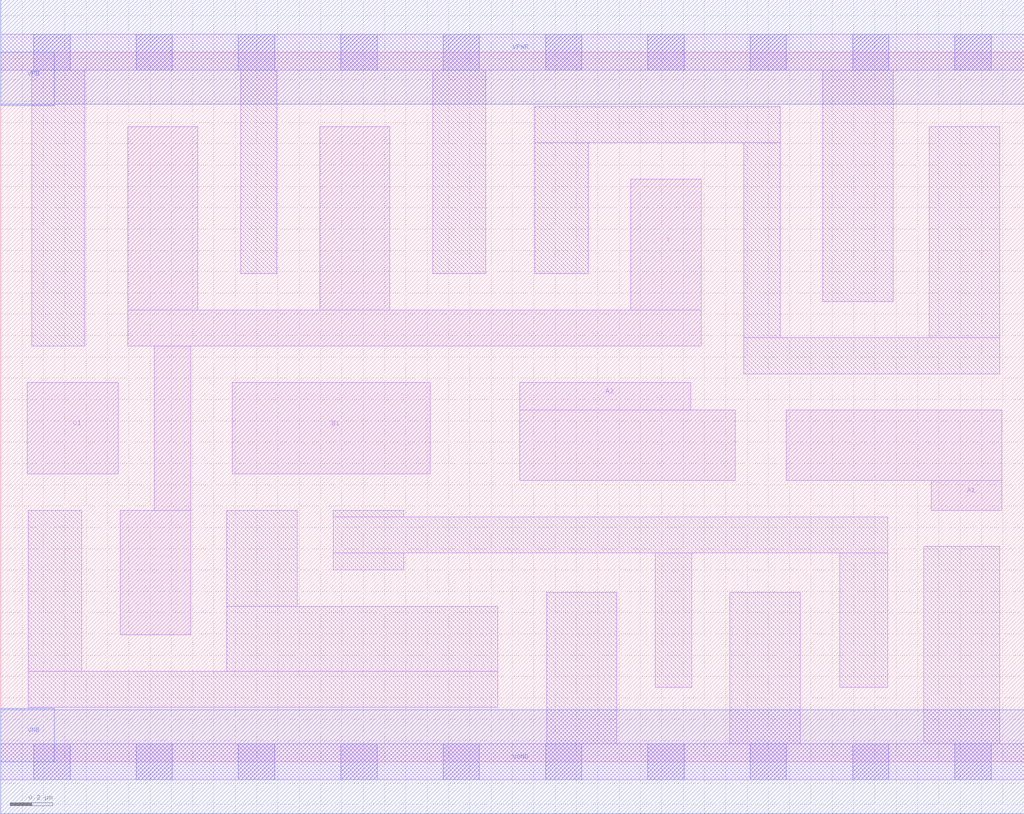
<source format=lef>
# Copyright 2020 The SkyWater PDK Authors
#
# Licensed under the Apache License, Version 2.0 (the "License");
# you may not use this file except in compliance with the License.
# You may obtain a copy of the License at
#
#     https://www.apache.org/licenses/LICENSE-2.0
#
# Unless required by applicable law or agreed to in writing, software
# distributed under the License is distributed on an "AS IS" BASIS,
# WITHOUT WARRANTIES OR CONDITIONS OF ANY KIND, either express or implied.
# See the License for the specific language governing permissions and
# limitations under the License.
#
# SPDX-License-Identifier: Apache-2.0

VERSION 5.5 ;
NAMESCASESENSITIVE ON ;
BUSBITCHARS "[]" ;
DIVIDERCHAR "/" ;
MACRO sky130_fd_sc_ms__o211ai_2
  CLASS CORE ;
  SOURCE USER ;
  ORIGIN  0.000000  0.000000 ;
  SIZE  4.800000 BY  3.330000 ;
  SYMMETRY X Y ;
  SITE unit ;
  PIN A1
    ANTENNAGATEAREA  0.558000 ;
    DIRECTION INPUT ;
    USE SIGNAL ;
    PORT
      LAYER li1 ;
        RECT 3.685000 1.320000 4.695000 1.650000 ;
        RECT 4.365000 1.180000 4.695000 1.320000 ;
    END
  END A1
  PIN A2
    ANTENNAGATEAREA  0.558000 ;
    DIRECTION INPUT ;
    USE SIGNAL ;
    PORT
      LAYER li1 ;
        RECT 2.435000 1.320000 3.445000 1.650000 ;
        RECT 2.435000 1.650000 3.235000 1.780000 ;
    END
  END A2
  PIN B1
    ANTENNAGATEAREA  0.558000 ;
    DIRECTION INPUT ;
    USE SIGNAL ;
    PORT
      LAYER li1 ;
        RECT 1.085000 1.350000 2.015000 1.780000 ;
    END
  END B1
  PIN C1
    ANTENNAGATEAREA  0.558000 ;
    DIRECTION INPUT ;
    USE SIGNAL ;
    PORT
      LAYER li1 ;
        RECT 0.125000 1.350000 0.550000 1.780000 ;
    END
  END C1
  PIN Y
    ANTENNADIFFAREA  1.215200 ;
    DIRECTION OUTPUT ;
    USE SIGNAL ;
    PORT
      LAYER li1 ;
        RECT 0.560000 0.595000 0.890000 1.180000 ;
        RECT 0.595000 1.950000 3.285000 2.120000 ;
        RECT 0.595000 2.120000 0.925000 2.980000 ;
        RECT 0.720000 1.180000 0.890000 1.950000 ;
        RECT 1.495000 2.120000 1.825000 2.980000 ;
        RECT 2.955000 2.120000 3.285000 2.735000 ;
    END
  END Y
  PIN VGND
    DIRECTION INOUT ;
    USE GROUND ;
    PORT
      LAYER met1 ;
        RECT 0.000000 -0.245000 4.800000 0.245000 ;
    END
  END VGND
  PIN VNB
    DIRECTION INOUT ;
    USE GROUND ;
    PORT
    END
  END VNB
  PIN VPB
    DIRECTION INOUT ;
    USE POWER ;
    PORT
    END
  END VPB
  PIN VNB
    DIRECTION INOUT ;
    USE GROUND ;
    PORT
      LAYER met1 ;
        RECT 0.000000 0.000000 0.250000 0.250000 ;
    END
  END VNB
  PIN VPB
    DIRECTION INOUT ;
    USE POWER ;
    PORT
      LAYER met1 ;
        RECT 0.000000 3.080000 0.250000 3.330000 ;
    END
  END VPB
  PIN VPWR
    DIRECTION INOUT ;
    USE POWER ;
    PORT
      LAYER met1 ;
        RECT 0.000000 3.085000 4.800000 3.575000 ;
    END
  END VPWR
  OBS
    LAYER li1 ;
      RECT 0.000000 -0.085000 4.800000 0.085000 ;
      RECT 0.000000  3.245000 4.800000 3.415000 ;
      RECT 0.130000  0.255000 2.330000 0.425000 ;
      RECT 0.130000  0.425000 0.380000 1.180000 ;
      RECT 0.145000  1.950000 0.395000 3.245000 ;
      RECT 1.060000  0.425000 2.330000 0.730000 ;
      RECT 1.060000  0.730000 1.390000 1.180000 ;
      RECT 1.125000  2.290000 1.295000 3.245000 ;
      RECT 1.560000  0.900000 1.890000 0.980000 ;
      RECT 1.560000  0.980000 4.160000 1.150000 ;
      RECT 1.560000  1.150000 1.890000 1.180000 ;
      RECT 2.025000  2.290000 2.275000 3.245000 ;
      RECT 2.505000  2.290000 2.755000 2.905000 ;
      RECT 2.505000  2.905000 3.655000 3.075000 ;
      RECT 2.560000  0.085000 2.890000 0.795000 ;
      RECT 3.070000  0.350000 3.240000 0.980000 ;
      RECT 3.420000  0.085000 3.750000 0.795000 ;
      RECT 3.485000  1.820000 4.685000 1.990000 ;
      RECT 3.485000  1.990000 3.655000 2.905000 ;
      RECT 3.855000  2.160000 4.185000 3.245000 ;
      RECT 3.935000  0.350000 4.160000 0.980000 ;
      RECT 4.330000  0.085000 4.685000 1.010000 ;
      RECT 4.355000  1.990000 4.685000 2.980000 ;
    LAYER mcon ;
      RECT 0.155000 -0.085000 0.325000 0.085000 ;
      RECT 0.155000  3.245000 0.325000 3.415000 ;
      RECT 0.635000 -0.085000 0.805000 0.085000 ;
      RECT 0.635000  3.245000 0.805000 3.415000 ;
      RECT 1.115000 -0.085000 1.285000 0.085000 ;
      RECT 1.115000  3.245000 1.285000 3.415000 ;
      RECT 1.595000 -0.085000 1.765000 0.085000 ;
      RECT 1.595000  3.245000 1.765000 3.415000 ;
      RECT 2.075000 -0.085000 2.245000 0.085000 ;
      RECT 2.075000  3.245000 2.245000 3.415000 ;
      RECT 2.555000 -0.085000 2.725000 0.085000 ;
      RECT 2.555000  3.245000 2.725000 3.415000 ;
      RECT 3.035000 -0.085000 3.205000 0.085000 ;
      RECT 3.035000  3.245000 3.205000 3.415000 ;
      RECT 3.515000 -0.085000 3.685000 0.085000 ;
      RECT 3.515000  3.245000 3.685000 3.415000 ;
      RECT 3.995000 -0.085000 4.165000 0.085000 ;
      RECT 3.995000  3.245000 4.165000 3.415000 ;
      RECT 4.475000 -0.085000 4.645000 0.085000 ;
      RECT 4.475000  3.245000 4.645000 3.415000 ;
  END
END sky130_fd_sc_ms__o211ai_2
END LIBRARY

</source>
